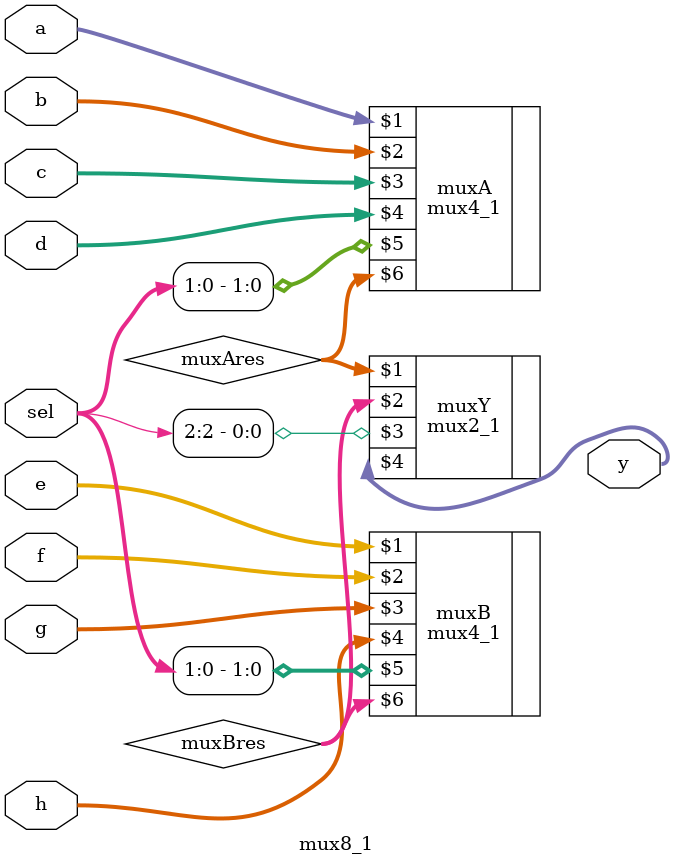
<source format=sv>
module mux8_1
	#( parameter N = 4 )
	 ( input logic [N-1:0] a, b, c, d, e, f, g, h,
		input logic [2:0]   sel,
	  output logic [N-1:0] y );
	
	logic [N-1:0] muxAres;
	logic [N-1:0] muxBres;
	
	mux4_1 #(N) muxA(a, b, c, d, sel[1:0], muxAres);
	mux4_1 #(N) muxB(e, f, g, h, sel[1:0], muxBres);
	mux2_1 #(N) muxY(muxAres,muxBres,sel[2],y);
endmodule
</source>
